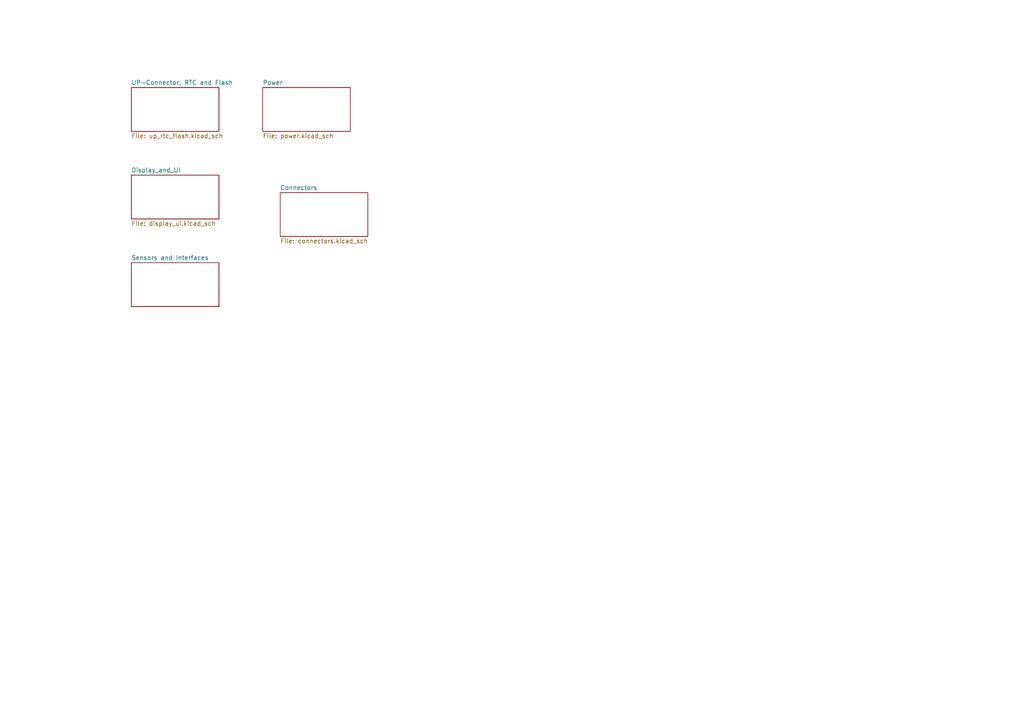
<source format=kicad_sch>
(kicad_sch (version 20211123) (generator eeschema)
  (paper "A4")
  (title_block (title "EduboardV2 Baseboard") (date "2022-06-05") (rev "1") (company "Juventus Technikerschule"))
  (lib_symbols)
  (sheet (at 38.1 76.2) (size 25.4 12.7) (stroke (width 0.1524))
    (property "Sheet name" "Sensors and Interfaces" (at 38.1 75.4884 0) (effects (justify left bottom)))
    (property "Sheet file" "sensors_interfaces.kicad_sch" (effects hide))
  )
  (sheet (at 76.2 25.4) (size 25.4 12.7) (stroke (width 0.1524))
    (property "Sheet name" "Power" (at 76.2 24.6884 0) (effects (justify left bottom)))
    (property "Sheet file" "power.kicad_sch" (at 76.2 38.6846 0) (effects (justify left top)))
  )
  (sheet (at 38.1 50.8) (size 25.4 12.7) (stroke (width 0.1524))
    (property "Sheet name" "Display_and_UI" (at 38.1 50.0884 0) (effects (justify left bottom)))
    (property "Sheet file" "display_ui.kicad_sch" (at 38.1 64.0846 0) (effects (justify left top)))
  )
  (sheet (at 81.28 55.88) (size 25.4 12.7) (stroke (width 0.1524))
    (property "Sheet name" "Connectors" (at 81.28 55.1684 0) (effects (justify left bottom)))
    (property "Sheet file" "connectors.kicad_sch" (at 81.28 69.1646 0) (effects (justify left top)))
  )
  (sheet (at 38.1 25.4) (size 25.4 12.7) (stroke (width 0.1524))
    (property "Sheet name" "UP-Connector, RTC and Flash" (at 38.1 24.6884 0) (effects (justify left bottom)))
    (property "Sheet file" "up_rtc_flash.kicad_sch" (at 38.1 38.6846 0) (effects (justify left top)))
  )
)
</source>
